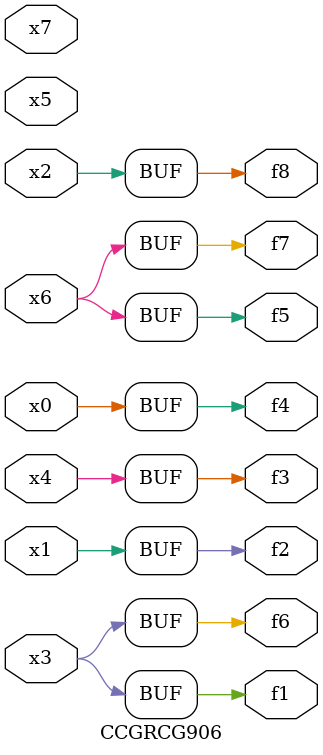
<source format=v>
module CCGRCG906(
	input x0, x1, x2, x3, x4, x5, x6, x7,
	output f1, f2, f3, f4, f5, f6, f7, f8
);
	assign f1 = x3;
	assign f2 = x1;
	assign f3 = x4;
	assign f4 = x0;
	assign f5 = x6;
	assign f6 = x3;
	assign f7 = x6;
	assign f8 = x2;
endmodule

</source>
